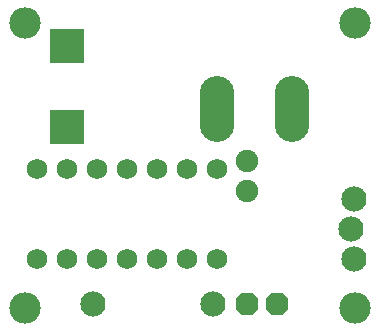
<source format=gbs>
%FSLAX23Y23*%
%MOIN*%
G04 EasyPC Gerber Version 15.0.4 Build 3016 *
%ADD28O,0.11500X0.22000*%
%ADD27R,0.11500X0.11500*%
%ADD26C,0.06910*%
%ADD73C,0.07500*%
%ADD72C,0.08400*%
%ADD25C,0.10461*%
%AMT29*0 Octagon Pad at angle 0*4,1,8,-0.01573,-0.03800,0.01573,-0.03800,0.03800,-0.01573,0.03800,0.01573,0.01573,0.03800,-0.01573,0.03800,-0.03800,0.01573,-0.03800,-0.01573,-0.01573,-0.03800,0*%
%ADD29T29*%
X0Y0D02*
D02*
D25*
X101Y99D03*
Y1049D03*
X1201Y99D03*
Y1049D03*
D02*
D26*
X142Y265D03*
Y565D03*
X242Y265D03*
Y565D03*
X342Y265D03*
Y565D03*
X442Y265D03*
Y565D03*
X542Y265D03*
Y565D03*
X642Y265D03*
Y565D03*
X742Y265D03*
Y565D03*
D02*
D27*
X242Y703D03*
Y973D03*
D02*
D28*
X742Y765D03*
X992D03*
D02*
D29*
X842Y115D03*
X942D03*
D02*
D72*
X330D03*
X730D03*
X1187Y365D03*
X1197Y265D03*
Y465D03*
D02*
D73*
X842Y490D03*
Y590D03*
X0Y0D02*
M02*

</source>
